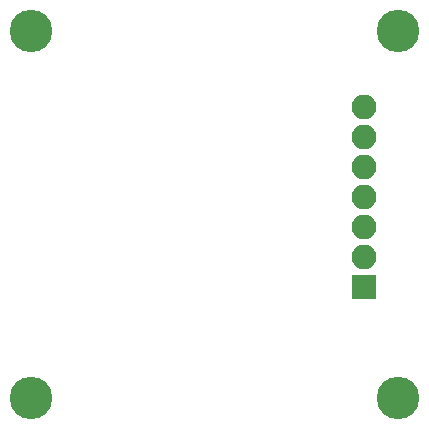
<source format=gbs>
G04 #@! TF.FileFunction,Soldermask,Bot*
%FSLAX46Y46*%
G04 Gerber Fmt 4.6, Leading zero omitted, Abs format (unit mm)*
G04 Created by KiCad (PCBNEW 4.0.7) date 08/21/18 13:20:54*
%MOMM*%
%LPD*%
G01*
G04 APERTURE LIST*
%ADD10C,0.100000*%
%ADD11C,3.600000*%
%ADD12R,2.100000X2.100000*%
%ADD13O,2.100000X2.100000*%
G04 APERTURE END LIST*
D10*
D11*
X125515000Y-100623000D03*
X156515000Y-100623000D03*
X125515000Y-131623000D03*
X156515000Y-131623000D03*
D12*
X153670000Y-122301000D03*
D13*
X153670000Y-119761000D03*
X153670000Y-117221000D03*
X153670000Y-114681000D03*
X153670000Y-112141000D03*
X153670000Y-109601000D03*
X153670000Y-107061000D03*
M02*

</source>
